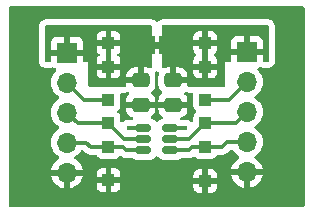
<source format=gbr>
%TF.GenerationSoftware,KiCad,Pcbnew,8.0.3*%
%TF.CreationDate,2024-07-29T06:26:44+12:00*%
%TF.ProjectId,sot23-6,736f7432-332d-4362-9e6b-696361645f70,rev?*%
%TF.SameCoordinates,Original*%
%TF.FileFunction,Copper,L1,Top*%
%TF.FilePolarity,Positive*%
%FSLAX46Y46*%
G04 Gerber Fmt 4.6, Leading zero omitted, Abs format (unit mm)*
G04 Created by KiCad (PCBNEW 8.0.3) date 2024-07-29 06:26:44*
%MOMM*%
%LPD*%
G01*
G04 APERTURE LIST*
G04 Aperture macros list*
%AMRoundRect*
0 Rectangle with rounded corners*
0 $1 Rounding radius*
0 $2 $3 $4 $5 $6 $7 $8 $9 X,Y pos of 4 corners*
0 Add a 4 corners polygon primitive as box body*
4,1,4,$2,$3,$4,$5,$6,$7,$8,$9,$2,$3,0*
0 Add four circle primitives for the rounded corners*
1,1,$1+$1,$2,$3*
1,1,$1+$1,$4,$5*
1,1,$1+$1,$6,$7*
1,1,$1+$1,$8,$9*
0 Add four rect primitives between the rounded corners*
20,1,$1+$1,$2,$3,$4,$5,0*
20,1,$1+$1,$4,$5,$6,$7,0*
20,1,$1+$1,$6,$7,$8,$9,0*
20,1,$1+$1,$8,$9,$2,$3,0*%
%AMFreePoly0*
4,1,19,0.000000,0.744911,0.071157,0.744911,0.207708,0.704816,0.327430,0.627875,0.420627,0.520320,0.479746,0.390866,0.500000,0.250000,0.500000,-0.250000,0.479746,-0.390866,0.420627,-0.520320,0.327430,-0.627875,0.207708,-0.704816,0.071157,-0.744911,0.000000,-0.744911,0.000000,-0.750000,-0.500000,-0.750000,-0.500000,0.750000,0.000000,0.750000,0.000000,0.744911,0.000000,0.744911,
$1*%
%AMFreePoly1*
4,1,19,0.500000,-0.750000,0.000000,-0.750000,0.000000,-0.744911,-0.071157,-0.744911,-0.207708,-0.704816,-0.327430,-0.627875,-0.420627,-0.520320,-0.479746,-0.390866,-0.500000,-0.250000,-0.500000,0.250000,-0.479746,0.390866,-0.420627,0.520320,-0.327430,0.627875,-0.207708,0.704816,-0.071157,0.744911,0.000000,0.744911,0.000000,0.750000,0.500000,0.750000,0.500000,-0.750000,0.500000,-0.750000,
$1*%
G04 Aperture macros list end*
%TA.AperFunction,EtchedComponent*%
%ADD10C,0.000000*%
%TD*%
%TA.AperFunction,ComponentPad*%
%ADD11R,1.000000X1.000000*%
%TD*%
%TA.AperFunction,SMDPad,CuDef*%
%ADD12RoundRect,0.250000X-0.475000X0.337500X-0.475000X-0.337500X0.475000X-0.337500X0.475000X0.337500X0*%
%TD*%
%TA.AperFunction,SMDPad,CuDef*%
%ADD13RoundRect,0.150000X-0.512500X-0.150000X0.512500X-0.150000X0.512500X0.150000X-0.512500X0.150000X0*%
%TD*%
%TA.AperFunction,ComponentPad*%
%ADD14O,1.700000X1.700000*%
%TD*%
%TA.AperFunction,ComponentPad*%
%ADD15R,1.700000X1.700000*%
%TD*%
%TA.AperFunction,SMDPad,CuDef*%
%ADD16FreePoly0,0.000000*%
%TD*%
%TA.AperFunction,SMDPad,CuDef*%
%ADD17FreePoly1,0.000000*%
%TD*%
%TA.AperFunction,ViaPad*%
%ADD18C,0.600000*%
%TD*%
%TA.AperFunction,ViaPad*%
%ADD19C,0.400000*%
%TD*%
%TA.AperFunction,Conductor*%
%ADD20C,0.300000*%
%TD*%
%ADD21C,0.300000*%
%ADD22C,0.200000*%
%ADD23C,0.350000*%
G04 APERTURE END LIST*
D10*
%TA.AperFunction,EtchedComponent*%
%TO.C,JP101*%
G36*
X100250000Y-86100000D02*
G01*
X99750000Y-86100000D01*
X99750000Y-85500000D01*
X100250000Y-85500000D01*
X100250000Y-86100000D01*
G37*
%TD.AperFunction*%
%TD*%
D11*
%TO.P,TP105,1,1*%
%TO.N,Net-(J101-Pin_2)*%
X95900000Y-90400000D03*
%TD*%
D12*
%TO.P,C101,2*%
%TO.N,GND*%
X98640000Y-90837500D03*
%TO.P,C101,1*%
%TO.N,Net-(J101-Pin_1)*%
X98640000Y-88762500D03*
%TD*%
D11*
%TO.P,TP102,1,1*%
%TO.N,Net-(J101-Pin_1)*%
X95900000Y-87600000D03*
%TD*%
%TO.P,TP103,1,1*%
%TO.N,Net-(J102-Pin_1)*%
X104100000Y-87600000D03*
%TD*%
%TO.P,TP104,1,1*%
%TO.N,Net-(J102-Pin_1)*%
X104100000Y-85600000D03*
%TD*%
%TO.P,TP107,1,1*%
%TO.N,Net-(J101-Pin_4)*%
X95900000Y-94400000D03*
%TD*%
D13*
%TO.P,U101,6,6*%
%TO.N,Net-(J102-Pin_2)*%
X101137500Y-92800000D03*
%TO.P,U101,5,5*%
%TO.N,Net-(J102-Pin_3)*%
X101137500Y-93750000D03*
%TO.P,U101,4,4*%
%TO.N,Net-(J102-Pin_4)*%
X101137500Y-94700000D03*
%TO.P,U101,3,3*%
%TO.N,Net-(J101-Pin_4)*%
X98862500Y-94700000D03*
%TO.P,U101,2,2*%
%TO.N,Net-(J101-Pin_3)*%
X98862500Y-93750000D03*
%TO.P,U101,1,1*%
%TO.N,Net-(J101-Pin_2)*%
X98862500Y-92800000D03*
%TD*%
D11*
%TO.P,TP108,1,1*%
%TO.N,Net-(J102-Pin_4)*%
X104100000Y-94400000D03*
%TD*%
%TO.P,TP110,1,1*%
%TO.N,Net-(J102-Pin_2)*%
X104100000Y-90400000D03*
%TD*%
%TO.P,TP111,1,1*%
%TO.N,GND*%
X95900000Y-97200000D03*
%TD*%
%TO.P,TP109,1,1*%
%TO.N,Net-(J102-Pin_3)*%
X104100000Y-92400000D03*
%TD*%
D14*
%TO.P,J102,5,Pin_5*%
%TO.N,GND*%
X107620000Y-96520000D03*
%TO.P,J102,4,Pin_4*%
%TO.N,Net-(J102-Pin_4)*%
X107620000Y-93980000D03*
%TO.P,J102,3,Pin_3*%
%TO.N,Net-(J102-Pin_3)*%
X107620000Y-91440000D03*
%TO.P,J102,2,Pin_2*%
%TO.N,Net-(J102-Pin_2)*%
X107620000Y-88900000D03*
D15*
%TO.P,J102,1,Pin_1*%
%TO.N,Net-(J102-Pin_1)*%
X107620000Y-86360000D03*
%TD*%
D11*
%TO.P,TP112,1,1*%
%TO.N,GND*%
X104100000Y-97300000D03*
%TD*%
D12*
%TO.P,C102,2*%
%TO.N,GND*%
X101360000Y-90837500D03*
%TO.P,C102,1*%
%TO.N,Net-(J102-Pin_1)*%
X101360000Y-88762500D03*
%TD*%
D11*
%TO.P,TP106,1,1*%
%TO.N,Net-(J101-Pin_3)*%
X95900000Y-92400000D03*
%TD*%
D14*
%TO.P,J101,5,Pin_5*%
%TO.N,GND*%
X92380000Y-96580000D03*
%TO.P,J101,4,Pin_4*%
%TO.N,Net-(J101-Pin_4)*%
X92380000Y-94040000D03*
%TO.P,J101,3,Pin_3*%
%TO.N,Net-(J101-Pin_3)*%
X92380000Y-91500000D03*
%TO.P,J101,2,Pin_2*%
%TO.N,Net-(J101-Pin_2)*%
X92380000Y-88960000D03*
D15*
%TO.P,J101,1,Pin_1*%
%TO.N,Net-(J101-Pin_1)*%
X92380000Y-86420000D03*
%TD*%
D16*
%TO.P,JP101,2,B*%
%TO.N,Net-(J102-Pin_1)*%
X100650000Y-85800000D03*
D17*
%TO.P,JP101,1,A*%
%TO.N,Net-(J101-Pin_1)*%
X99350000Y-85800000D03*
%TD*%
D11*
%TO.P,TP101,1,1*%
%TO.N,Net-(J101-Pin_1)*%
X95900000Y-85600000D03*
%TD*%
D18*
%TO.N,GND*%
X110000000Y-83000000D03*
X106000000Y-99000000D03*
X88000000Y-85000000D03*
X88000000Y-87000000D03*
X88000000Y-89000000D03*
X88000000Y-91000000D03*
X88000000Y-93000000D03*
X88000000Y-95000000D03*
X88000000Y-97000000D03*
X88000000Y-99000000D03*
X90000000Y-99000000D03*
X92000000Y-99000000D03*
X94000000Y-99000000D03*
X96000000Y-99000000D03*
X98000000Y-99000000D03*
X100000000Y-99000000D03*
X102000000Y-99000000D03*
X104000000Y-99000000D03*
X108000000Y-99000000D03*
X110000000Y-99000000D03*
X112000000Y-99000000D03*
X112000000Y-97000000D03*
X112000000Y-95000000D03*
X112000000Y-93000000D03*
X112000000Y-91000000D03*
X112000000Y-89000000D03*
X112000000Y-87000000D03*
X112000000Y-85000000D03*
X112000000Y-83000000D03*
X108000000Y-83000000D03*
X106000000Y-83000000D03*
X104000000Y-83000000D03*
X102000000Y-83000000D03*
X100000000Y-83000000D03*
X98000000Y-83000000D03*
X96000000Y-83000000D03*
X94000000Y-83000000D03*
X92000000Y-83000000D03*
X90000000Y-83000000D03*
X88000000Y-83000000D03*
D19*
X102500000Y-90840380D03*
X100000000Y-88200000D03*
X97562500Y-90837500D03*
X100000000Y-91800000D03*
X97200000Y-90100000D03*
X102800000Y-90100000D03*
%TO.N,Net-(J101-Pin_2)*%
X97600000Y-92800000D03*
%TO.N,Net-(J102-Pin_2)*%
X102400000Y-92800000D03*
%TD*%
D20*
%TO.N,GND*%
X102500000Y-90840380D02*
X101362880Y-90840380D01*
X97562500Y-90837500D02*
X98640000Y-90837500D01*
X101362880Y-90840380D02*
X101360000Y-90837500D01*
%TO.N,Net-(J101-Pin_4)*%
X94400000Y-94400000D02*
X95900000Y-94400000D01*
X94040000Y-94040000D02*
X94400000Y-94400000D01*
X97400000Y-94700000D02*
X97100000Y-94400000D01*
X98862500Y-94700000D02*
X97400000Y-94700000D01*
X92380000Y-94040000D02*
X94040000Y-94040000D01*
X97100000Y-94400000D02*
X95900000Y-94400000D01*
%TO.N,Net-(J101-Pin_2)*%
X98862500Y-92800000D02*
X97600000Y-92800000D01*
X93820000Y-90400000D02*
X95900000Y-90400000D01*
X97600000Y-92800000D02*
X97700000Y-92800000D01*
X92380000Y-88960000D02*
X93820000Y-90400000D01*
%TO.N,Net-(J101-Pin_3)*%
X93280000Y-92400000D02*
X95900000Y-92400000D01*
X97250000Y-93750000D02*
X95900000Y-92400000D01*
X92380000Y-91500000D02*
X93280000Y-92400000D01*
X98862500Y-93750000D02*
X97250000Y-93750000D01*
%TO.N,Net-(J102-Pin_2)*%
X101137500Y-92800000D02*
X102400000Y-92800000D01*
X106120000Y-90400000D02*
X104100000Y-90400000D01*
X107620000Y-88900000D02*
X106120000Y-90400000D01*
%TO.N,Net-(J102-Pin_3)*%
X107620000Y-91480000D02*
X106700000Y-92400000D01*
X107620000Y-91440000D02*
X107620000Y-91480000D01*
X101137500Y-93750000D02*
X102750000Y-93750000D01*
X102750000Y-93750000D02*
X104100000Y-92400000D01*
X106700000Y-92400000D02*
X104100000Y-92400000D01*
%TO.N,Net-(J102-Pin_4)*%
X104100000Y-94400000D02*
X105500000Y-94400000D01*
X105500000Y-94400000D02*
X105920000Y-93980000D01*
X105920000Y-93980000D02*
X107620000Y-93980000D01*
X104100000Y-94400000D02*
X103000000Y-94400000D01*
X102700000Y-94700000D02*
X101137500Y-94700000D01*
X103000000Y-94400000D02*
X102700000Y-94700000D01*
%TD*%
%TA.AperFunction,Conductor*%
%TO.N,Net-(J101-Pin_1)*%
G36*
X99543039Y-84119685D02*
G01*
X99588794Y-84172489D01*
X99600000Y-84224000D01*
X99600000Y-87562703D01*
X99580315Y-87629742D01*
X99558227Y-87655518D01*
X99507963Y-87700048D01*
X99444730Y-87729770D01*
X99386732Y-87724939D01*
X99267697Y-87685494D01*
X99267690Y-87685493D01*
X99164986Y-87675000D01*
X98890000Y-87675000D01*
X98890000Y-88888500D01*
X98870315Y-88955539D01*
X98817511Y-89001294D01*
X98766000Y-89012500D01*
X97415001Y-89012500D01*
X97415001Y-89149984D01*
X97416372Y-89163397D01*
X97403603Y-89232090D01*
X97355723Y-89282975D01*
X97293014Y-89300000D01*
X94324000Y-89300000D01*
X94256961Y-89280315D01*
X94211206Y-89227511D01*
X94200000Y-89176000D01*
X94200000Y-88147844D01*
X94900000Y-88147844D01*
X94906401Y-88207372D01*
X94906403Y-88207379D01*
X94956645Y-88342086D01*
X94956649Y-88342093D01*
X95042809Y-88457187D01*
X95042812Y-88457190D01*
X95157906Y-88543350D01*
X95157913Y-88543354D01*
X95292620Y-88593596D01*
X95292627Y-88593598D01*
X95352155Y-88599999D01*
X95352172Y-88600000D01*
X95650000Y-88600000D01*
X96150000Y-88600000D01*
X96447828Y-88600000D01*
X96447844Y-88599999D01*
X96507372Y-88593598D01*
X96507379Y-88593596D01*
X96642086Y-88543354D01*
X96642093Y-88543350D01*
X96757187Y-88457190D01*
X96757190Y-88457187D01*
X96818706Y-88375013D01*
X97415000Y-88375013D01*
X97415000Y-88512500D01*
X98390000Y-88512500D01*
X98390000Y-87675000D01*
X98115029Y-87675000D01*
X98115012Y-87675001D01*
X98012302Y-87685494D01*
X97845880Y-87740641D01*
X97845875Y-87740643D01*
X97696654Y-87832684D01*
X97572684Y-87956654D01*
X97480643Y-88105875D01*
X97480641Y-88105880D01*
X97425494Y-88272302D01*
X97425493Y-88272309D01*
X97415000Y-88375013D01*
X96818706Y-88375013D01*
X96843350Y-88342093D01*
X96843354Y-88342086D01*
X96893596Y-88207379D01*
X96893598Y-88207372D01*
X96899999Y-88147844D01*
X96900000Y-88147827D01*
X96900000Y-87850000D01*
X96150000Y-87850000D01*
X96150000Y-88600000D01*
X95650000Y-88600000D01*
X95650000Y-87850000D01*
X94900000Y-87850000D01*
X94900000Y-88147844D01*
X94200000Y-88147844D01*
X94200000Y-87550272D01*
X95650000Y-87550272D01*
X95650000Y-87649728D01*
X95688060Y-87741614D01*
X95758386Y-87811940D01*
X95850272Y-87850000D01*
X95949728Y-87850000D01*
X96041614Y-87811940D01*
X96111940Y-87741614D01*
X96150000Y-87649728D01*
X96150000Y-87550272D01*
X96111940Y-87458386D01*
X96041614Y-87388060D01*
X95949728Y-87350000D01*
X96150000Y-87350000D01*
X96900000Y-87350000D01*
X96900000Y-87052172D01*
X96899999Y-87052155D01*
X96893598Y-86992627D01*
X96893596Y-86992620D01*
X96843354Y-86857913D01*
X96843350Y-86857906D01*
X96757190Y-86742813D01*
X96699021Y-86699267D01*
X96657150Y-86643333D01*
X96652166Y-86573641D01*
X96685651Y-86512318D01*
X96699021Y-86500733D01*
X96757190Y-86457186D01*
X96843350Y-86342093D01*
X96843354Y-86342086D01*
X96893596Y-86207379D01*
X96893598Y-86207372D01*
X96899999Y-86147844D01*
X96900000Y-86147827D01*
X96900000Y-85850000D01*
X96150000Y-85850000D01*
X96150000Y-87350000D01*
X95949728Y-87350000D01*
X95850272Y-87350000D01*
X95758386Y-87388060D01*
X95688060Y-87458386D01*
X95650000Y-87550272D01*
X94200000Y-87550272D01*
X94200000Y-87200000D01*
X93854000Y-87200000D01*
X93786961Y-87180315D01*
X93741206Y-87127511D01*
X93730000Y-87076000D01*
X93730000Y-86670000D01*
X92813012Y-86670000D01*
X92845925Y-86612993D01*
X92880000Y-86485826D01*
X92880000Y-86354174D01*
X92845925Y-86227007D01*
X92813012Y-86170000D01*
X93730000Y-86170000D01*
X93730000Y-86147844D01*
X94900000Y-86147844D01*
X94906401Y-86207372D01*
X94906403Y-86207379D01*
X94956645Y-86342086D01*
X94956649Y-86342093D01*
X95042809Y-86457187D01*
X95100979Y-86500734D01*
X95142849Y-86556668D01*
X95147833Y-86626360D01*
X95114347Y-86687683D01*
X95100979Y-86699266D01*
X95042809Y-86742812D01*
X94956649Y-86857906D01*
X94956645Y-86857913D01*
X94906403Y-86992620D01*
X94906401Y-86992627D01*
X94900000Y-87052155D01*
X94900000Y-87350000D01*
X95650000Y-87350000D01*
X95650000Y-85850000D01*
X94900000Y-85850000D01*
X94900000Y-86147844D01*
X93730000Y-86147844D01*
X93730000Y-85550272D01*
X95650000Y-85550272D01*
X95650000Y-85649728D01*
X95688060Y-85741614D01*
X95758386Y-85811940D01*
X95850272Y-85850000D01*
X95949728Y-85850000D01*
X96041614Y-85811940D01*
X96111940Y-85741614D01*
X96150000Y-85649728D01*
X96150000Y-85550272D01*
X96111940Y-85458386D01*
X96041614Y-85388060D01*
X95949728Y-85350000D01*
X96150000Y-85350000D01*
X96900000Y-85350000D01*
X96900000Y-85052172D01*
X96899999Y-85052155D01*
X96893598Y-84992627D01*
X96893596Y-84992620D01*
X96843354Y-84857913D01*
X96843350Y-84857906D01*
X96757190Y-84742812D01*
X96757187Y-84742809D01*
X96642093Y-84656649D01*
X96642086Y-84656645D01*
X96507379Y-84606403D01*
X96507372Y-84606401D01*
X96447844Y-84600000D01*
X96150000Y-84600000D01*
X96150000Y-85350000D01*
X95949728Y-85350000D01*
X95850272Y-85350000D01*
X95758386Y-85388060D01*
X95688060Y-85458386D01*
X95650000Y-85550272D01*
X93730000Y-85550272D01*
X93730000Y-85522172D01*
X93729999Y-85522155D01*
X93723598Y-85462627D01*
X93723596Y-85462620D01*
X93673354Y-85327913D01*
X93673350Y-85327906D01*
X93587190Y-85212812D01*
X93587187Y-85212809D01*
X93472093Y-85126649D01*
X93472086Y-85126645D01*
X93337379Y-85076403D01*
X93337372Y-85076401D01*
X93277844Y-85070000D01*
X92630000Y-85070000D01*
X92630000Y-85986988D01*
X92572993Y-85954075D01*
X92445826Y-85920000D01*
X92314174Y-85920000D01*
X92187007Y-85954075D01*
X92130000Y-85986988D01*
X92130000Y-85070000D01*
X91482155Y-85070000D01*
X91422627Y-85076401D01*
X91422620Y-85076403D01*
X91287913Y-85126645D01*
X91287906Y-85126649D01*
X91172812Y-85212809D01*
X91172809Y-85212812D01*
X91086649Y-85327906D01*
X91086645Y-85327913D01*
X91036403Y-85462620D01*
X91036401Y-85462627D01*
X91030000Y-85522155D01*
X91030000Y-86170000D01*
X91946988Y-86170000D01*
X91914075Y-86227007D01*
X91880000Y-86354174D01*
X91880000Y-86485826D01*
X91914075Y-86612993D01*
X91946988Y-86670000D01*
X91030000Y-86670000D01*
X91030000Y-87076000D01*
X91010315Y-87143039D01*
X90957511Y-87188794D01*
X90906000Y-87200000D01*
X90624000Y-87200000D01*
X90556961Y-87180315D01*
X90511206Y-87127511D01*
X90500000Y-87076000D01*
X90500000Y-85052155D01*
X94900000Y-85052155D01*
X94900000Y-85350000D01*
X95650000Y-85350000D01*
X95650000Y-84600000D01*
X95352155Y-84600000D01*
X95292627Y-84606401D01*
X95292620Y-84606403D01*
X95157913Y-84656645D01*
X95157906Y-84656649D01*
X95042812Y-84742809D01*
X95042809Y-84742812D01*
X94956649Y-84857906D01*
X94956645Y-84857913D01*
X94906403Y-84992620D01*
X94906401Y-84992627D01*
X94900000Y-85052155D01*
X90500000Y-85052155D01*
X90500000Y-84224000D01*
X90519685Y-84156961D01*
X90572489Y-84111206D01*
X90624000Y-84100000D01*
X99476000Y-84100000D01*
X99543039Y-84119685D01*
G37*
%TD.AperFunction*%
%TD*%
%TA.AperFunction,Conductor*%
%TO.N,Net-(J102-Pin_1)*%
G36*
X109443039Y-84119685D02*
G01*
X109488794Y-84172489D01*
X109500000Y-84224000D01*
X109500000Y-87076000D01*
X109480315Y-87143039D01*
X109427511Y-87188794D01*
X109376000Y-87200000D01*
X109094000Y-87200000D01*
X109026961Y-87180315D01*
X108981206Y-87127511D01*
X108970000Y-87076000D01*
X108970000Y-86610000D01*
X108053012Y-86610000D01*
X108085925Y-86552993D01*
X108120000Y-86425826D01*
X108120000Y-86294174D01*
X108085925Y-86167007D01*
X108053012Y-86110000D01*
X108970000Y-86110000D01*
X108970000Y-85462172D01*
X108969999Y-85462155D01*
X108963598Y-85402627D01*
X108963596Y-85402620D01*
X108913354Y-85267913D01*
X108913350Y-85267906D01*
X108827190Y-85152812D01*
X108827187Y-85152809D01*
X108712093Y-85066649D01*
X108712086Y-85066645D01*
X108577379Y-85016403D01*
X108577372Y-85016401D01*
X108517844Y-85010000D01*
X107870000Y-85010000D01*
X107870000Y-85926988D01*
X107812993Y-85894075D01*
X107685826Y-85860000D01*
X107554174Y-85860000D01*
X107427007Y-85894075D01*
X107370000Y-85926988D01*
X107370000Y-85010000D01*
X106722155Y-85010000D01*
X106662627Y-85016401D01*
X106662620Y-85016403D01*
X106527913Y-85066645D01*
X106527906Y-85066649D01*
X106412812Y-85152809D01*
X106412809Y-85152812D01*
X106326649Y-85267906D01*
X106326645Y-85267913D01*
X106276403Y-85402620D01*
X106276401Y-85402627D01*
X106270000Y-85462155D01*
X106270000Y-86110000D01*
X107186988Y-86110000D01*
X107154075Y-86167007D01*
X107120000Y-86294174D01*
X107120000Y-86425826D01*
X107154075Y-86552993D01*
X107186988Y-86610000D01*
X106270000Y-86610000D01*
X106270000Y-87076000D01*
X106250315Y-87143039D01*
X106197511Y-87188794D01*
X106146000Y-87200000D01*
X105800000Y-87200000D01*
X105800000Y-89176000D01*
X105780315Y-89243039D01*
X105727511Y-89288794D01*
X105676000Y-89300000D01*
X102706987Y-89300000D01*
X102639948Y-89280315D01*
X102594193Y-89227511D01*
X102583629Y-89163395D01*
X102584999Y-89149981D01*
X102585000Y-89149973D01*
X102585000Y-89012500D01*
X101234000Y-89012500D01*
X101166961Y-88992815D01*
X101121206Y-88940011D01*
X101110000Y-88888500D01*
X101110000Y-88512500D01*
X101610000Y-88512500D01*
X102584999Y-88512500D01*
X102584999Y-88375028D01*
X102584998Y-88375013D01*
X102574505Y-88272302D01*
X102533264Y-88147844D01*
X103100000Y-88147844D01*
X103106401Y-88207372D01*
X103106403Y-88207379D01*
X103156645Y-88342086D01*
X103156649Y-88342093D01*
X103242809Y-88457187D01*
X103242812Y-88457190D01*
X103357906Y-88543350D01*
X103357913Y-88543354D01*
X103492620Y-88593596D01*
X103492627Y-88593598D01*
X103552155Y-88599999D01*
X103552172Y-88600000D01*
X103850000Y-88600000D01*
X104350000Y-88600000D01*
X104647828Y-88600000D01*
X104647844Y-88599999D01*
X104707372Y-88593598D01*
X104707379Y-88593596D01*
X104842086Y-88543354D01*
X104842093Y-88543350D01*
X104957187Y-88457190D01*
X104957190Y-88457187D01*
X105043350Y-88342093D01*
X105043354Y-88342086D01*
X105093596Y-88207379D01*
X105093598Y-88207372D01*
X105099999Y-88147844D01*
X105100000Y-88147827D01*
X105100000Y-87850000D01*
X104350000Y-87850000D01*
X104350000Y-88600000D01*
X103850000Y-88600000D01*
X103850000Y-87850000D01*
X103100000Y-87850000D01*
X103100000Y-88147844D01*
X102533264Y-88147844D01*
X102519358Y-88105880D01*
X102519356Y-88105875D01*
X102427315Y-87956654D01*
X102303345Y-87832684D01*
X102154124Y-87740643D01*
X102154119Y-87740641D01*
X101987697Y-87685494D01*
X101987690Y-87685493D01*
X101884986Y-87675000D01*
X101610000Y-87675000D01*
X101610000Y-88512500D01*
X101110000Y-88512500D01*
X101110000Y-87675000D01*
X100835029Y-87675000D01*
X100835012Y-87675001D01*
X100732301Y-87685494D01*
X100613266Y-87724938D01*
X100543438Y-87727340D01*
X100492036Y-87700047D01*
X100441773Y-87655518D01*
X100404646Y-87596329D01*
X100400000Y-87562703D01*
X100400000Y-87550272D01*
X103850000Y-87550272D01*
X103850000Y-87649728D01*
X103888060Y-87741614D01*
X103958386Y-87811940D01*
X104050272Y-87850000D01*
X104149728Y-87850000D01*
X104241614Y-87811940D01*
X104311940Y-87741614D01*
X104350000Y-87649728D01*
X104350000Y-87550272D01*
X104311940Y-87458386D01*
X104241614Y-87388060D01*
X104149728Y-87350000D01*
X104350000Y-87350000D01*
X105100000Y-87350000D01*
X105100000Y-87052172D01*
X105099999Y-87052155D01*
X105093598Y-86992627D01*
X105093596Y-86992620D01*
X105043354Y-86857913D01*
X105043350Y-86857906D01*
X104957190Y-86742813D01*
X104899021Y-86699267D01*
X104857150Y-86643333D01*
X104852166Y-86573641D01*
X104885651Y-86512318D01*
X104899021Y-86500733D01*
X104957190Y-86457186D01*
X105043350Y-86342093D01*
X105043354Y-86342086D01*
X105093596Y-86207379D01*
X105093598Y-86207372D01*
X105099999Y-86147844D01*
X105100000Y-86147827D01*
X105100000Y-85850000D01*
X104350000Y-85850000D01*
X104350000Y-87350000D01*
X104149728Y-87350000D01*
X104050272Y-87350000D01*
X103958386Y-87388060D01*
X103888060Y-87458386D01*
X103850000Y-87550272D01*
X100400000Y-87550272D01*
X100400000Y-86147844D01*
X103100000Y-86147844D01*
X103106401Y-86207372D01*
X103106403Y-86207379D01*
X103156645Y-86342086D01*
X103156649Y-86342093D01*
X103242809Y-86457187D01*
X103300979Y-86500734D01*
X103342849Y-86556668D01*
X103347833Y-86626360D01*
X103314347Y-86687683D01*
X103300979Y-86699266D01*
X103242809Y-86742812D01*
X103156649Y-86857906D01*
X103156645Y-86857913D01*
X103106403Y-86992620D01*
X103106401Y-86992627D01*
X103100000Y-87052155D01*
X103100000Y-87350000D01*
X103850000Y-87350000D01*
X103850000Y-85850000D01*
X103100000Y-85850000D01*
X103100000Y-86147844D01*
X100400000Y-86147844D01*
X100400000Y-85550272D01*
X103850000Y-85550272D01*
X103850000Y-85649728D01*
X103888060Y-85741614D01*
X103958386Y-85811940D01*
X104050272Y-85850000D01*
X104149728Y-85850000D01*
X104241614Y-85811940D01*
X104311940Y-85741614D01*
X104350000Y-85649728D01*
X104350000Y-85550272D01*
X104311940Y-85458386D01*
X104241614Y-85388060D01*
X104149728Y-85350000D01*
X104350000Y-85350000D01*
X105100000Y-85350000D01*
X105100000Y-85052172D01*
X105099999Y-85052155D01*
X105093598Y-84992627D01*
X105093596Y-84992620D01*
X105043354Y-84857913D01*
X105043350Y-84857906D01*
X104957190Y-84742812D01*
X104957187Y-84742809D01*
X104842093Y-84656649D01*
X104842086Y-84656645D01*
X104707379Y-84606403D01*
X104707372Y-84606401D01*
X104647844Y-84600000D01*
X104350000Y-84600000D01*
X104350000Y-85350000D01*
X104149728Y-85350000D01*
X104050272Y-85350000D01*
X103958386Y-85388060D01*
X103888060Y-85458386D01*
X103850000Y-85550272D01*
X100400000Y-85550272D01*
X100400000Y-85052155D01*
X103100000Y-85052155D01*
X103100000Y-85350000D01*
X103850000Y-85350000D01*
X103850000Y-84600000D01*
X103552155Y-84600000D01*
X103492627Y-84606401D01*
X103492620Y-84606403D01*
X103357913Y-84656645D01*
X103357906Y-84656649D01*
X103242812Y-84742809D01*
X103242809Y-84742812D01*
X103156649Y-84857906D01*
X103156645Y-84857913D01*
X103106403Y-84992620D01*
X103106401Y-84992627D01*
X103100000Y-85052155D01*
X100400000Y-85052155D01*
X100400000Y-84224000D01*
X100419685Y-84156961D01*
X100472489Y-84111206D01*
X100524000Y-84100000D01*
X109376000Y-84100000D01*
X109443039Y-84119685D01*
G37*
%TD.AperFunction*%
%TD*%
%TA.AperFunction,Conductor*%
%TO.N,GND*%
G36*
X100043482Y-87984714D02*
G01*
X100095708Y-88021080D01*
X100106565Y-88033891D01*
X100136127Y-88060081D01*
X100136130Y-88060083D01*
X100173257Y-88119273D01*
X100172489Y-88189138D01*
X100171610Y-88191901D01*
X100145001Y-88272204D01*
X100145000Y-88272209D01*
X100134500Y-88374983D01*
X100134500Y-89150001D01*
X100134501Y-89150019D01*
X100145000Y-89252796D01*
X100145001Y-89252799D01*
X100181736Y-89363655D01*
X100200186Y-89419334D01*
X100292288Y-89568656D01*
X100416344Y-89692712D01*
X100419628Y-89694737D01*
X100419653Y-89694753D01*
X100421445Y-89696746D01*
X100422011Y-89697193D01*
X100421934Y-89697289D01*
X100466379Y-89746699D01*
X100477603Y-89815661D01*
X100449761Y-89879744D01*
X100419665Y-89905826D01*
X100416660Y-89907679D01*
X100416655Y-89907683D01*
X100292684Y-90031654D01*
X100200643Y-90180875D01*
X100200641Y-90180880D01*
X100145494Y-90347302D01*
X100145493Y-90347309D01*
X100135000Y-90450013D01*
X100135000Y-90587500D01*
X102584999Y-90587500D01*
X102584999Y-90450028D01*
X102584998Y-90450013D01*
X102574505Y-90347302D01*
X102519358Y-90180880D01*
X102519356Y-90180875D01*
X102427315Y-90031654D01*
X102363879Y-89968218D01*
X102330394Y-89906895D01*
X102335378Y-89837203D01*
X102377250Y-89781270D01*
X102442714Y-89756853D01*
X102493270Y-89764122D01*
X102493280Y-89764090D01*
X102493505Y-89764156D01*
X102494895Y-89764356D01*
X102497520Y-89765334D01*
X102497528Y-89765338D01*
X102564567Y-89785023D01*
X102564571Y-89785024D01*
X102706987Y-89805500D01*
X102975500Y-89805500D01*
X103042539Y-89825185D01*
X103088294Y-89877989D01*
X103099500Y-89929500D01*
X103099500Y-90947870D01*
X103099501Y-90947876D01*
X103105908Y-91007483D01*
X103156202Y-91142328D01*
X103156206Y-91142335D01*
X103242452Y-91257544D01*
X103242453Y-91257544D01*
X103242454Y-91257546D01*
X103251872Y-91264596D01*
X103300145Y-91300734D01*
X103342015Y-91356668D01*
X103346999Y-91426360D01*
X103313513Y-91487683D01*
X103300145Y-91499266D01*
X103242452Y-91542455D01*
X103156206Y-91657664D01*
X103156202Y-91657671D01*
X103105908Y-91792517D01*
X103104807Y-91802763D01*
X103099501Y-91852123D01*
X103099500Y-91852135D01*
X103099500Y-92208328D01*
X103079815Y-92275367D01*
X103027011Y-92321122D01*
X102957853Y-92331066D01*
X102894297Y-92302041D01*
X102893317Y-92301183D01*
X102833444Y-92248140D01*
X102800849Y-92219263D01*
X102650226Y-92140210D01*
X102485056Y-92099500D01*
X102314944Y-92099500D01*
X102142492Y-92142005D01*
X102141854Y-92139417D01*
X102084745Y-92143811D01*
X102047330Y-92129237D01*
X102027770Y-92117669D01*
X101980089Y-92066599D01*
X101967587Y-91997857D01*
X101994234Y-91933269D01*
X102051571Y-91893340D01*
X102051892Y-91893233D01*
X102154117Y-91859359D01*
X102154124Y-91859356D01*
X102303345Y-91767315D01*
X102427315Y-91643345D01*
X102519356Y-91494124D01*
X102519358Y-91494119D01*
X102574505Y-91327697D01*
X102574506Y-91327690D01*
X102584999Y-91224986D01*
X102585000Y-91224973D01*
X102585000Y-91087500D01*
X100135001Y-91087500D01*
X100135001Y-91224986D01*
X100145494Y-91327697D01*
X100200641Y-91494119D01*
X100200643Y-91494124D01*
X100292684Y-91643345D01*
X100416656Y-91767317D01*
X100471830Y-91801348D01*
X100518555Y-91853295D01*
X100529778Y-91922258D01*
X100501935Y-91986340D01*
X100443866Y-92025197D01*
X100441330Y-92025963D01*
X100364605Y-92048254D01*
X100364603Y-92048255D01*
X100223137Y-92131917D01*
X100223129Y-92131923D01*
X100106923Y-92248129D01*
X100106914Y-92248140D01*
X100106729Y-92248455D01*
X100106519Y-92248650D01*
X100102139Y-92254298D01*
X100101227Y-92253591D01*
X100055657Y-92296136D01*
X99986915Y-92308637D01*
X99922327Y-92281988D01*
X99898143Y-92254078D01*
X99897861Y-92254298D01*
X99893823Y-92249092D01*
X99893271Y-92248455D01*
X99893085Y-92248140D01*
X99893076Y-92248129D01*
X99776870Y-92131923D01*
X99776862Y-92131917D01*
X99635396Y-92048255D01*
X99635395Y-92048254D01*
X99558669Y-92025963D01*
X99499784Y-91988356D01*
X99470578Y-91924883D01*
X99480324Y-91855697D01*
X99525929Y-91802763D01*
X99528170Y-91801347D01*
X99583345Y-91767315D01*
X99707315Y-91643345D01*
X99799356Y-91494124D01*
X99799358Y-91494119D01*
X99854505Y-91327697D01*
X99854506Y-91327690D01*
X99864999Y-91224986D01*
X99865000Y-91224973D01*
X99865000Y-91087500D01*
X97415001Y-91087500D01*
X97415001Y-91224986D01*
X97425494Y-91327697D01*
X97480641Y-91494119D01*
X97480643Y-91494124D01*
X97572684Y-91643345D01*
X97696654Y-91767315D01*
X97845875Y-91859356D01*
X97845882Y-91859359D01*
X97948108Y-91893233D01*
X98005553Y-91933005D01*
X98032377Y-91997521D01*
X98020062Y-92066297D01*
X97972520Y-92117497D01*
X97972226Y-92117671D01*
X97952669Y-92129237D01*
X97884945Y-92146420D01*
X97857776Y-92140917D01*
X97857508Y-92142005D01*
X97685056Y-92099500D01*
X97514944Y-92099500D01*
X97349773Y-92140210D01*
X97199150Y-92219264D01*
X97106726Y-92301144D01*
X97043492Y-92330865D01*
X96974229Y-92321681D01*
X96920926Y-92276508D01*
X96900506Y-92209689D01*
X96900499Y-92208328D01*
X96900499Y-91852129D01*
X96900498Y-91852123D01*
X96900497Y-91852116D01*
X96894091Y-91792517D01*
X96884691Y-91767315D01*
X96843797Y-91657671D01*
X96843793Y-91657664D01*
X96757547Y-91542456D01*
X96757548Y-91542456D01*
X96757546Y-91542454D01*
X96699854Y-91499265D01*
X96657984Y-91443333D01*
X96653000Y-91373641D01*
X96686485Y-91312318D01*
X96699854Y-91300734D01*
X96757546Y-91257546D01*
X96843796Y-91142331D01*
X96894091Y-91007483D01*
X96900500Y-90947873D01*
X96900499Y-89929499D01*
X96920183Y-89862461D01*
X96972987Y-89816706D01*
X97024499Y-89805500D01*
X97293020Y-89805500D01*
X97381310Y-89793727D01*
X97425459Y-89787841D01*
X97488168Y-89770816D01*
X97501355Y-89765276D01*
X97570783Y-89757462D01*
X97633418Y-89788424D01*
X97669370Y-89848335D01*
X97667224Y-89918171D01*
X97637058Y-89967281D01*
X97572682Y-90031657D01*
X97480643Y-90180875D01*
X97480641Y-90180880D01*
X97425494Y-90347302D01*
X97425493Y-90347309D01*
X97415000Y-90450013D01*
X97415000Y-90587500D01*
X99864999Y-90587500D01*
X99864999Y-90450028D01*
X99864998Y-90450013D01*
X99854505Y-90347302D01*
X99799358Y-90180880D01*
X99799356Y-90180875D01*
X99707315Y-90031654D01*
X99583344Y-89907683D01*
X99583341Y-89907681D01*
X99580339Y-89905829D01*
X99578713Y-89904021D01*
X99577677Y-89903202D01*
X99577817Y-89903024D01*
X99533617Y-89853880D01*
X99522397Y-89784917D01*
X99550243Y-89720836D01*
X99580344Y-89694754D01*
X99583656Y-89692712D01*
X99707712Y-89568656D01*
X99799814Y-89419334D01*
X99854999Y-89252797D01*
X99865500Y-89150009D01*
X99865499Y-88374992D01*
X99854999Y-88272203D01*
X99828388Y-88191900D01*
X99825987Y-88122074D01*
X99861718Y-88062032D01*
X99863807Y-88060137D01*
X99893435Y-88033890D01*
X99912711Y-88014293D01*
X99973752Y-87980306D01*
X100043482Y-87984714D01*
G37*
%TD.AperFunction*%
%TA.AperFunction,Conductor*%
G36*
X112442539Y-82520185D02*
G01*
X112488294Y-82572989D01*
X112499500Y-82624500D01*
X112499500Y-99375500D01*
X112479815Y-99442539D01*
X112427011Y-99488294D01*
X112375500Y-99499500D01*
X87624500Y-99499500D01*
X87557461Y-99479815D01*
X87511706Y-99427011D01*
X87500500Y-99375500D01*
X87500500Y-84224000D01*
X89994500Y-84224000D01*
X89994500Y-85664500D01*
X89994500Y-87076000D01*
X89994501Y-87076009D01*
X90006052Y-87183450D01*
X90006054Y-87183462D01*
X90017260Y-87234972D01*
X90051383Y-87337497D01*
X90051386Y-87337503D01*
X90129171Y-87458537D01*
X90129179Y-87458548D01*
X90174923Y-87511340D01*
X90174926Y-87511343D01*
X90174930Y-87511347D01*
X90283664Y-87605567D01*
X90283667Y-87605568D01*
X90283668Y-87605569D01*
X90400614Y-87658978D01*
X90414541Y-87665338D01*
X90481580Y-87685023D01*
X90481584Y-87685024D01*
X90624000Y-87705500D01*
X90624003Y-87705500D01*
X90905990Y-87705500D01*
X90906000Y-87705500D01*
X91013456Y-87693947D01*
X91064967Y-87682741D01*
X91128866Y-87661472D01*
X91198689Y-87658978D01*
X91242336Y-87679860D01*
X91287668Y-87713795D01*
X91287671Y-87713797D01*
X91419081Y-87762810D01*
X91475015Y-87804681D01*
X91499432Y-87870145D01*
X91484580Y-87938418D01*
X91463430Y-87966673D01*
X91341503Y-88088600D01*
X91205965Y-88282169D01*
X91205964Y-88282171D01*
X91106098Y-88496335D01*
X91106094Y-88496344D01*
X91044938Y-88724586D01*
X91044936Y-88724596D01*
X91024341Y-88959999D01*
X91024341Y-88960000D01*
X91044936Y-89195403D01*
X91044938Y-89195413D01*
X91106094Y-89423655D01*
X91106096Y-89423659D01*
X91106097Y-89423663D01*
X91177988Y-89577834D01*
X91205965Y-89637830D01*
X91205967Y-89637834D01*
X91309031Y-89785023D01*
X91331215Y-89816706D01*
X91341501Y-89831395D01*
X91341506Y-89831402D01*
X91508597Y-89998493D01*
X91508603Y-89998498D01*
X91694158Y-90128425D01*
X91737783Y-90183002D01*
X91744977Y-90252500D01*
X91713454Y-90314855D01*
X91694158Y-90331575D01*
X91508597Y-90461505D01*
X91341505Y-90628597D01*
X91205965Y-90822169D01*
X91205964Y-90822171D01*
X91106098Y-91036335D01*
X91106094Y-91036344D01*
X91044938Y-91264586D01*
X91044936Y-91264596D01*
X91024341Y-91499999D01*
X91024341Y-91500000D01*
X91044936Y-91735403D01*
X91044938Y-91735413D01*
X91106094Y-91963655D01*
X91106096Y-91963659D01*
X91106097Y-91963663D01*
X91205965Y-92177830D01*
X91205967Y-92177834D01*
X91341501Y-92371395D01*
X91341506Y-92371402D01*
X91508597Y-92538493D01*
X91508603Y-92538498D01*
X91694158Y-92668425D01*
X91737783Y-92723002D01*
X91744977Y-92792500D01*
X91713454Y-92854855D01*
X91694158Y-92871575D01*
X91508597Y-93001505D01*
X91341505Y-93168597D01*
X91205965Y-93362169D01*
X91205964Y-93362171D01*
X91106098Y-93576335D01*
X91106094Y-93576344D01*
X91044938Y-93804586D01*
X91044936Y-93804596D01*
X91024341Y-94039999D01*
X91024341Y-94040000D01*
X91044936Y-94275403D01*
X91044938Y-94275413D01*
X91106094Y-94503655D01*
X91106096Y-94503659D01*
X91106097Y-94503663D01*
X91177988Y-94657834D01*
X91205965Y-94717830D01*
X91205967Y-94717834D01*
X91299493Y-94851402D01*
X91341505Y-94911401D01*
X91508599Y-95078495D01*
X91689662Y-95205277D01*
X91694594Y-95208730D01*
X91738219Y-95263307D01*
X91745413Y-95332805D01*
X91713890Y-95395160D01*
X91694595Y-95411880D01*
X91508922Y-95541890D01*
X91508920Y-95541891D01*
X91341891Y-95708920D01*
X91341886Y-95708926D01*
X91206400Y-95902420D01*
X91206399Y-95902422D01*
X91106570Y-96116507D01*
X91106567Y-96116513D01*
X91049364Y-96329999D01*
X91049364Y-96330000D01*
X91946988Y-96330000D01*
X91914075Y-96387007D01*
X91880000Y-96514174D01*
X91880000Y-96645826D01*
X91914075Y-96772993D01*
X91946988Y-96830000D01*
X91049364Y-96830000D01*
X91106567Y-97043486D01*
X91106570Y-97043492D01*
X91206399Y-97257578D01*
X91341894Y-97451082D01*
X91508917Y-97618105D01*
X91702421Y-97753600D01*
X91916507Y-97853429D01*
X91916516Y-97853433D01*
X92130000Y-97910634D01*
X92130000Y-97013012D01*
X92187007Y-97045925D01*
X92314174Y-97080000D01*
X92445826Y-97080000D01*
X92572993Y-97045925D01*
X92630000Y-97013012D01*
X92630000Y-97910633D01*
X92843483Y-97853433D01*
X92843492Y-97853429D01*
X93057578Y-97753600D01*
X93065798Y-97747844D01*
X94900000Y-97747844D01*
X94906401Y-97807372D01*
X94906403Y-97807379D01*
X94956645Y-97942086D01*
X94956649Y-97942093D01*
X95042809Y-98057187D01*
X95042812Y-98057190D01*
X95157906Y-98143350D01*
X95157913Y-98143354D01*
X95292620Y-98193596D01*
X95292627Y-98193598D01*
X95352155Y-98199999D01*
X95352172Y-98200000D01*
X95650000Y-98200000D01*
X96150000Y-98200000D01*
X96447828Y-98200000D01*
X96447844Y-98199999D01*
X96507372Y-98193598D01*
X96507379Y-98193596D01*
X96642086Y-98143354D01*
X96642093Y-98143350D01*
X96757187Y-98057190D01*
X96757190Y-98057187D01*
X96843350Y-97942093D01*
X96843354Y-97942086D01*
X96878504Y-97847844D01*
X103100000Y-97847844D01*
X103106401Y-97907372D01*
X103106403Y-97907379D01*
X103156645Y-98042086D01*
X103156649Y-98042093D01*
X103242809Y-98157187D01*
X103242812Y-98157190D01*
X103357906Y-98243350D01*
X103357913Y-98243354D01*
X103492620Y-98293596D01*
X103492627Y-98293598D01*
X103552155Y-98299999D01*
X103552172Y-98300000D01*
X103850000Y-98300000D01*
X104350000Y-98300000D01*
X104647828Y-98300000D01*
X104647844Y-98299999D01*
X104707372Y-98293598D01*
X104707379Y-98293596D01*
X104842086Y-98243354D01*
X104842093Y-98243350D01*
X104957187Y-98157190D01*
X104957190Y-98157187D01*
X105043350Y-98042093D01*
X105043354Y-98042086D01*
X105093596Y-97907379D01*
X105093598Y-97907372D01*
X105099999Y-97847844D01*
X105100000Y-97847827D01*
X105100000Y-97550000D01*
X104350000Y-97550000D01*
X104350000Y-98300000D01*
X103850000Y-98300000D01*
X103850000Y-97550000D01*
X103100000Y-97550000D01*
X103100000Y-97847844D01*
X96878504Y-97847844D01*
X96893596Y-97807379D01*
X96893598Y-97807372D01*
X96899999Y-97747844D01*
X96900000Y-97747827D01*
X96900000Y-97450000D01*
X96150000Y-97450000D01*
X96150000Y-98200000D01*
X95650000Y-98200000D01*
X95650000Y-97450000D01*
X94900000Y-97450000D01*
X94900000Y-97747844D01*
X93065798Y-97747844D01*
X93251082Y-97618105D01*
X93418105Y-97451082D01*
X93553600Y-97257578D01*
X93603637Y-97150272D01*
X95650000Y-97150272D01*
X95650000Y-97249728D01*
X95688060Y-97341614D01*
X95758386Y-97411940D01*
X95850272Y-97450000D01*
X95949728Y-97450000D01*
X96041614Y-97411940D01*
X96111940Y-97341614D01*
X96149775Y-97250272D01*
X103850000Y-97250272D01*
X103850000Y-97349728D01*
X103888060Y-97441614D01*
X103958386Y-97511940D01*
X104050272Y-97550000D01*
X104149728Y-97550000D01*
X104241614Y-97511940D01*
X104311940Y-97441614D01*
X104350000Y-97349728D01*
X104350000Y-97250272D01*
X104311940Y-97158386D01*
X104241614Y-97088060D01*
X104149728Y-97050000D01*
X104350000Y-97050000D01*
X105100000Y-97050000D01*
X105100000Y-96752172D01*
X105099999Y-96752155D01*
X105093598Y-96692627D01*
X105093596Y-96692620D01*
X105043354Y-96557913D01*
X105043350Y-96557906D01*
X104957190Y-96442812D01*
X104957187Y-96442809D01*
X104842093Y-96356649D01*
X104842086Y-96356645D01*
X104707379Y-96306403D01*
X104707372Y-96306401D01*
X104647844Y-96300000D01*
X104350000Y-96300000D01*
X104350000Y-97050000D01*
X104149728Y-97050000D01*
X104050272Y-97050000D01*
X103958386Y-97088060D01*
X103888060Y-97158386D01*
X103850000Y-97250272D01*
X96149775Y-97250272D01*
X96150000Y-97249728D01*
X96150000Y-97150272D01*
X96111940Y-97058386D01*
X96041614Y-96988060D01*
X95949728Y-96950000D01*
X96150000Y-96950000D01*
X96900000Y-96950000D01*
X96900000Y-96752155D01*
X103100000Y-96752155D01*
X103100000Y-97050000D01*
X103850000Y-97050000D01*
X103850000Y-96300000D01*
X103552155Y-96300000D01*
X103492627Y-96306401D01*
X103492620Y-96306403D01*
X103357913Y-96356645D01*
X103357906Y-96356649D01*
X103242812Y-96442809D01*
X103242809Y-96442812D01*
X103156649Y-96557906D01*
X103156645Y-96557913D01*
X103106403Y-96692620D01*
X103106401Y-96692627D01*
X103100000Y-96752155D01*
X96900000Y-96752155D01*
X96900000Y-96652172D01*
X96899999Y-96652155D01*
X96893598Y-96592627D01*
X96893596Y-96592620D01*
X96843354Y-96457913D01*
X96843350Y-96457906D01*
X96757190Y-96342812D01*
X96757187Y-96342809D01*
X96642093Y-96256649D01*
X96642086Y-96256645D01*
X96507379Y-96206403D01*
X96507372Y-96206401D01*
X96447844Y-96200000D01*
X96150000Y-96200000D01*
X96150000Y-96950000D01*
X95949728Y-96950000D01*
X95850272Y-96950000D01*
X95758386Y-96988060D01*
X95688060Y-97058386D01*
X95650000Y-97150272D01*
X93603637Y-97150272D01*
X93653429Y-97043492D01*
X93653432Y-97043486D01*
X93710636Y-96830000D01*
X92813012Y-96830000D01*
X92845925Y-96772993D01*
X92878304Y-96652155D01*
X94900000Y-96652155D01*
X94900000Y-96950000D01*
X95650000Y-96950000D01*
X95650000Y-96200000D01*
X95352155Y-96200000D01*
X95292627Y-96206401D01*
X95292620Y-96206403D01*
X95157913Y-96256645D01*
X95157906Y-96256649D01*
X95042812Y-96342809D01*
X95042809Y-96342812D01*
X94956649Y-96457906D01*
X94956645Y-96457913D01*
X94906403Y-96592620D01*
X94906401Y-96592627D01*
X94900000Y-96652155D01*
X92878304Y-96652155D01*
X92880000Y-96645826D01*
X92880000Y-96514174D01*
X92845925Y-96387007D01*
X92813012Y-96330000D01*
X93710636Y-96330000D01*
X93710635Y-96329999D01*
X93653432Y-96116513D01*
X93653429Y-96116507D01*
X93553600Y-95902422D01*
X93553599Y-95902420D01*
X93418113Y-95708926D01*
X93418108Y-95708920D01*
X93251078Y-95541890D01*
X93065405Y-95411879D01*
X93021780Y-95357302D01*
X93014588Y-95287804D01*
X93046110Y-95225449D01*
X93065406Y-95208730D01*
X93251401Y-95078495D01*
X93418495Y-94911401D01*
X93536147Y-94743377D01*
X93590724Y-94699752D01*
X93637722Y-94690500D01*
X93719192Y-94690500D01*
X93786231Y-94710185D01*
X93806873Y-94726819D01*
X93985325Y-94905272D01*
X93985332Y-94905278D01*
X94056110Y-94952570D01*
X94056111Y-94952570D01*
X94091866Y-94976461D01*
X94091872Y-94976464D01*
X94091873Y-94976465D01*
X94210256Y-95025501D01*
X94210260Y-95025501D01*
X94210261Y-95025502D01*
X94335928Y-95050500D01*
X94335931Y-95050500D01*
X94835859Y-95050500D01*
X94902898Y-95070185D01*
X94948653Y-95122989D01*
X94952030Y-95131140D01*
X94956204Y-95142331D01*
X94956205Y-95142332D01*
X94956206Y-95142335D01*
X95042452Y-95257544D01*
X95042455Y-95257547D01*
X95157664Y-95343793D01*
X95157671Y-95343797D01*
X95292517Y-95394091D01*
X95292516Y-95394091D01*
X95299444Y-95394835D01*
X95352127Y-95400500D01*
X96447872Y-95400499D01*
X96507483Y-95394091D01*
X96642331Y-95343796D01*
X96757546Y-95257546D01*
X96791681Y-95211946D01*
X96847614Y-95170075D01*
X96917306Y-95165091D01*
X96978629Y-95198576D01*
X96985326Y-95205273D01*
X96985329Y-95205275D01*
X96985331Y-95205277D01*
X97091873Y-95276465D01*
X97210256Y-95325501D01*
X97210260Y-95325501D01*
X97210261Y-95325502D01*
X97335928Y-95350500D01*
X97335931Y-95350500D01*
X97884484Y-95350500D01*
X97947605Y-95367768D01*
X97993923Y-95395160D01*
X98089602Y-95451744D01*
X98131224Y-95463836D01*
X98247426Y-95497597D01*
X98247429Y-95497597D01*
X98247431Y-95497598D01*
X98284306Y-95500500D01*
X98284314Y-95500500D01*
X99440686Y-95500500D01*
X99440694Y-95500500D01*
X99477569Y-95497598D01*
X99477571Y-95497597D01*
X99477573Y-95497597D01*
X99531636Y-95481890D01*
X99635398Y-95451744D01*
X99776865Y-95368081D01*
X99893081Y-95251865D01*
X99893267Y-95251549D01*
X99893477Y-95251353D01*
X99897861Y-95245702D01*
X99898772Y-95246409D01*
X99944336Y-95203866D01*
X100013077Y-95191362D01*
X100077667Y-95218006D01*
X100101855Y-95245921D01*
X100102139Y-95245702D01*
X100106179Y-95250911D01*
X100106732Y-95251548D01*
X100106919Y-95251865D01*
X100106921Y-95251867D01*
X100106923Y-95251870D01*
X100223129Y-95368076D01*
X100223133Y-95368079D01*
X100223135Y-95368081D01*
X100364602Y-95451744D01*
X100406224Y-95463836D01*
X100522426Y-95497597D01*
X100522429Y-95497597D01*
X100522431Y-95497598D01*
X100559306Y-95500500D01*
X100559314Y-95500500D01*
X101715686Y-95500500D01*
X101715694Y-95500500D01*
X101752569Y-95497598D01*
X101752571Y-95497597D01*
X101752573Y-95497597D01*
X101806636Y-95481890D01*
X101910398Y-95451744D01*
X102013905Y-95390529D01*
X102052395Y-95367768D01*
X102115516Y-95350500D01*
X102764071Y-95350500D01*
X102853025Y-95332805D01*
X102889744Y-95325501D01*
X103008127Y-95276465D01*
X103008127Y-95276464D01*
X103008129Y-95276464D01*
X103076043Y-95231086D01*
X103142720Y-95210208D01*
X103210100Y-95228693D01*
X103235518Y-95251939D01*
X103236183Y-95251275D01*
X103242455Y-95257547D01*
X103357664Y-95343793D01*
X103357671Y-95343797D01*
X103492517Y-95394091D01*
X103492516Y-95394091D01*
X103499444Y-95394835D01*
X103552127Y-95400500D01*
X104647872Y-95400499D01*
X104707483Y-95394091D01*
X104842331Y-95343796D01*
X104957546Y-95257546D01*
X105043796Y-95142331D01*
X105047960Y-95131165D01*
X105089829Y-95075234D01*
X105155293Y-95050816D01*
X105164141Y-95050500D01*
X105564071Y-95050500D01*
X105665362Y-95030351D01*
X105689744Y-95025501D01*
X105808127Y-94976465D01*
X105843889Y-94952570D01*
X105843890Y-94952570D01*
X105905502Y-94911402D01*
X105914669Y-94905277D01*
X106153127Y-94666819D01*
X106214450Y-94633334D01*
X106240808Y-94630500D01*
X106362278Y-94630500D01*
X106429317Y-94650185D01*
X106463853Y-94683377D01*
X106581501Y-94851396D01*
X106581506Y-94851402D01*
X106748597Y-95018493D01*
X106748603Y-95018498D01*
X106934594Y-95148730D01*
X106978219Y-95203307D01*
X106985413Y-95272805D01*
X106953890Y-95335160D01*
X106934595Y-95351880D01*
X106748922Y-95481890D01*
X106748920Y-95481891D01*
X106581891Y-95648920D01*
X106581886Y-95648926D01*
X106446400Y-95842420D01*
X106446399Y-95842422D01*
X106346570Y-96056507D01*
X106346567Y-96056513D01*
X106289364Y-96269999D01*
X106289364Y-96270000D01*
X107186988Y-96270000D01*
X107154075Y-96327007D01*
X107120000Y-96454174D01*
X107120000Y-96585826D01*
X107154075Y-96712993D01*
X107186988Y-96770000D01*
X106289364Y-96770000D01*
X106346567Y-96983486D01*
X106346570Y-96983492D01*
X106446399Y-97197578D01*
X106581894Y-97391082D01*
X106748917Y-97558105D01*
X106942421Y-97693600D01*
X107156507Y-97793429D01*
X107156516Y-97793433D01*
X107370000Y-97850634D01*
X107370000Y-96953012D01*
X107427007Y-96985925D01*
X107554174Y-97020000D01*
X107685826Y-97020000D01*
X107812993Y-96985925D01*
X107870000Y-96953012D01*
X107870000Y-97850633D01*
X108083483Y-97793433D01*
X108083492Y-97793429D01*
X108297578Y-97693600D01*
X108491082Y-97558105D01*
X108658105Y-97391082D01*
X108793600Y-97197578D01*
X108893429Y-96983492D01*
X108893432Y-96983486D01*
X108950636Y-96770000D01*
X108053012Y-96770000D01*
X108085925Y-96712993D01*
X108120000Y-96585826D01*
X108120000Y-96454174D01*
X108085925Y-96327007D01*
X108053012Y-96270000D01*
X108950636Y-96270000D01*
X108950635Y-96269999D01*
X108893432Y-96056513D01*
X108893429Y-96056507D01*
X108793600Y-95842422D01*
X108793599Y-95842420D01*
X108658113Y-95648926D01*
X108658108Y-95648920D01*
X108491078Y-95481890D01*
X108305405Y-95351879D01*
X108261780Y-95297302D01*
X108254588Y-95227804D01*
X108286110Y-95165449D01*
X108305406Y-95148730D01*
X108396292Y-95085091D01*
X108491401Y-95018495D01*
X108658495Y-94851401D01*
X108794035Y-94657830D01*
X108893903Y-94443663D01*
X108955063Y-94215408D01*
X108975659Y-93980000D01*
X108955063Y-93744592D01*
X108908626Y-93571285D01*
X108893905Y-93516344D01*
X108893904Y-93516343D01*
X108893903Y-93516337D01*
X108794035Y-93302171D01*
X108793029Y-93300733D01*
X108658494Y-93108597D01*
X108491402Y-92941506D01*
X108491396Y-92941501D01*
X108305842Y-92811575D01*
X108262217Y-92756998D01*
X108255023Y-92687500D01*
X108286546Y-92625145D01*
X108305842Y-92608425D01*
X108414462Y-92532368D01*
X108491401Y-92478495D01*
X108658495Y-92311401D01*
X108794035Y-92117830D01*
X108893903Y-91903663D01*
X108955063Y-91675408D01*
X108975659Y-91440000D01*
X108955063Y-91204592D01*
X108893903Y-90976337D01*
X108794035Y-90762171D01*
X108700508Y-90628599D01*
X108658494Y-90568597D01*
X108491402Y-90401506D01*
X108491396Y-90401501D01*
X108305842Y-90271575D01*
X108262217Y-90216998D01*
X108255023Y-90147500D01*
X108286546Y-90085145D01*
X108305842Y-90068425D01*
X108450290Y-89967281D01*
X108491401Y-89938495D01*
X108658495Y-89771401D01*
X108794035Y-89577830D01*
X108893903Y-89363663D01*
X108955063Y-89135408D01*
X108975659Y-88900000D01*
X108955063Y-88664592D01*
X108893903Y-88436337D01*
X108794035Y-88222171D01*
X108772841Y-88191903D01*
X108658496Y-88028600D01*
X108610202Y-87980306D01*
X108536567Y-87906671D01*
X108503084Y-87845351D01*
X108508068Y-87775659D01*
X108549939Y-87719725D01*
X108580915Y-87702810D01*
X108664816Y-87671518D01*
X108712329Y-87653797D01*
X108720112Y-87649547D01*
X108721274Y-87651675D01*
X108774547Y-87631793D01*
X108834929Y-87642680D01*
X108884541Y-87665338D01*
X108951580Y-87685023D01*
X108951584Y-87685024D01*
X109094000Y-87705500D01*
X109094003Y-87705500D01*
X109375990Y-87705500D01*
X109376000Y-87705500D01*
X109483456Y-87693947D01*
X109534967Y-87682741D01*
X109569197Y-87671347D01*
X109637497Y-87648616D01*
X109637501Y-87648613D01*
X109637504Y-87648613D01*
X109758543Y-87570825D01*
X109811347Y-87525070D01*
X109905567Y-87416336D01*
X109965338Y-87285459D01*
X109985023Y-87218420D01*
X109985024Y-87218416D01*
X110005500Y-87076000D01*
X110005500Y-84224000D01*
X109993947Y-84116544D01*
X109982741Y-84065033D01*
X109982637Y-84064722D01*
X109948616Y-83962502D01*
X109948613Y-83962496D01*
X109870828Y-83841462D01*
X109870825Y-83841457D01*
X109843637Y-83810080D01*
X109825076Y-83788659D01*
X109825072Y-83788656D01*
X109825070Y-83788653D01*
X109716336Y-83694433D01*
X109716333Y-83694431D01*
X109716331Y-83694430D01*
X109585465Y-83634664D01*
X109585460Y-83634662D01*
X109585459Y-83634662D01*
X109518420Y-83614977D01*
X109518422Y-83614977D01*
X109518417Y-83614976D01*
X109456347Y-83606052D01*
X109376000Y-83594500D01*
X100524000Y-83594500D01*
X100523991Y-83594500D01*
X100523990Y-83594501D01*
X100416549Y-83606052D01*
X100416537Y-83606054D01*
X100365027Y-83617260D01*
X100262502Y-83651383D01*
X100262496Y-83651386D01*
X100141462Y-83729171D01*
X100141458Y-83729173D01*
X100088645Y-83774936D01*
X100086974Y-83776608D01*
X100086280Y-83776986D01*
X100085307Y-83777830D01*
X100085123Y-83777618D01*
X100025644Y-83810080D01*
X99955953Y-83805081D01*
X99918109Y-83782621D01*
X99816336Y-83694433D01*
X99816333Y-83694431D01*
X99816331Y-83694430D01*
X99685465Y-83634664D01*
X99685460Y-83634662D01*
X99685459Y-83634662D01*
X99618420Y-83614977D01*
X99618422Y-83614977D01*
X99618417Y-83614976D01*
X99556347Y-83606052D01*
X99476000Y-83594500D01*
X90624000Y-83594500D01*
X90623991Y-83594500D01*
X90623990Y-83594501D01*
X90516549Y-83606052D01*
X90516537Y-83606054D01*
X90465027Y-83617260D01*
X90362502Y-83651383D01*
X90362496Y-83651386D01*
X90241462Y-83729171D01*
X90241451Y-83729179D01*
X90188659Y-83774923D01*
X90094433Y-83883664D01*
X90094430Y-83883668D01*
X90034664Y-84014534D01*
X90014976Y-84081582D01*
X90009949Y-84116549D01*
X89994500Y-84224000D01*
X87500500Y-84224000D01*
X87500500Y-82624500D01*
X87520185Y-82557461D01*
X87572989Y-82511706D01*
X87624500Y-82500500D01*
X112375500Y-82500500D01*
X112442539Y-82520185D01*
G37*
%TD.AperFunction*%
%TD*%
D21*
X110000000Y-83000000D03*
X106000000Y-99000000D03*
X88000000Y-85000000D03*
X88000000Y-87000000D03*
X88000000Y-89000000D03*
X88000000Y-91000000D03*
X88000000Y-93000000D03*
X88000000Y-95000000D03*
X88000000Y-97000000D03*
X88000000Y-99000000D03*
X90000000Y-99000000D03*
X92000000Y-99000000D03*
X94000000Y-99000000D03*
X96000000Y-99000000D03*
X98000000Y-99000000D03*
X100000000Y-99000000D03*
X102000000Y-99000000D03*
X104000000Y-99000000D03*
X108000000Y-99000000D03*
X110000000Y-99000000D03*
X112000000Y-99000000D03*
X112000000Y-97000000D03*
X112000000Y-95000000D03*
X112000000Y-93000000D03*
X112000000Y-91000000D03*
X112000000Y-89000000D03*
X112000000Y-87000000D03*
X112000000Y-85000000D03*
X112000000Y-83000000D03*
X108000000Y-83000000D03*
X106000000Y-83000000D03*
X104000000Y-83000000D03*
X102000000Y-83000000D03*
X100000000Y-83000000D03*
X98000000Y-83000000D03*
X96000000Y-83000000D03*
X94000000Y-83000000D03*
X92000000Y-83000000D03*
X90000000Y-83000000D03*
X88000000Y-83000000D03*
D22*
X102500000Y-90840380D03*
X100000000Y-88200000D03*
X97562500Y-90837500D03*
X100000000Y-91800000D03*
X97200000Y-90100000D03*
X102800000Y-90100000D03*
X97600000Y-92800000D03*
X102400000Y-92800000D03*
D23*
X95900000Y-90400000D03*
X95900000Y-87600000D03*
X104100000Y-87600000D03*
X104100000Y-85600000D03*
X95900000Y-94400000D03*
X104100000Y-94400000D03*
X104100000Y-90400000D03*
X95900000Y-97200000D03*
X104100000Y-92400000D03*
X107620000Y-96520000D03*
X107620000Y-93980000D03*
X107620000Y-91440000D03*
X107620000Y-88900000D03*
X107620000Y-86360000D03*
X104100000Y-97300000D03*
X95900000Y-92400000D03*
X92380000Y-96580000D03*
X92380000Y-94040000D03*
X92380000Y-91500000D03*
X92380000Y-88960000D03*
X92380000Y-86420000D03*
X95900000Y-85600000D03*
M02*

</source>
